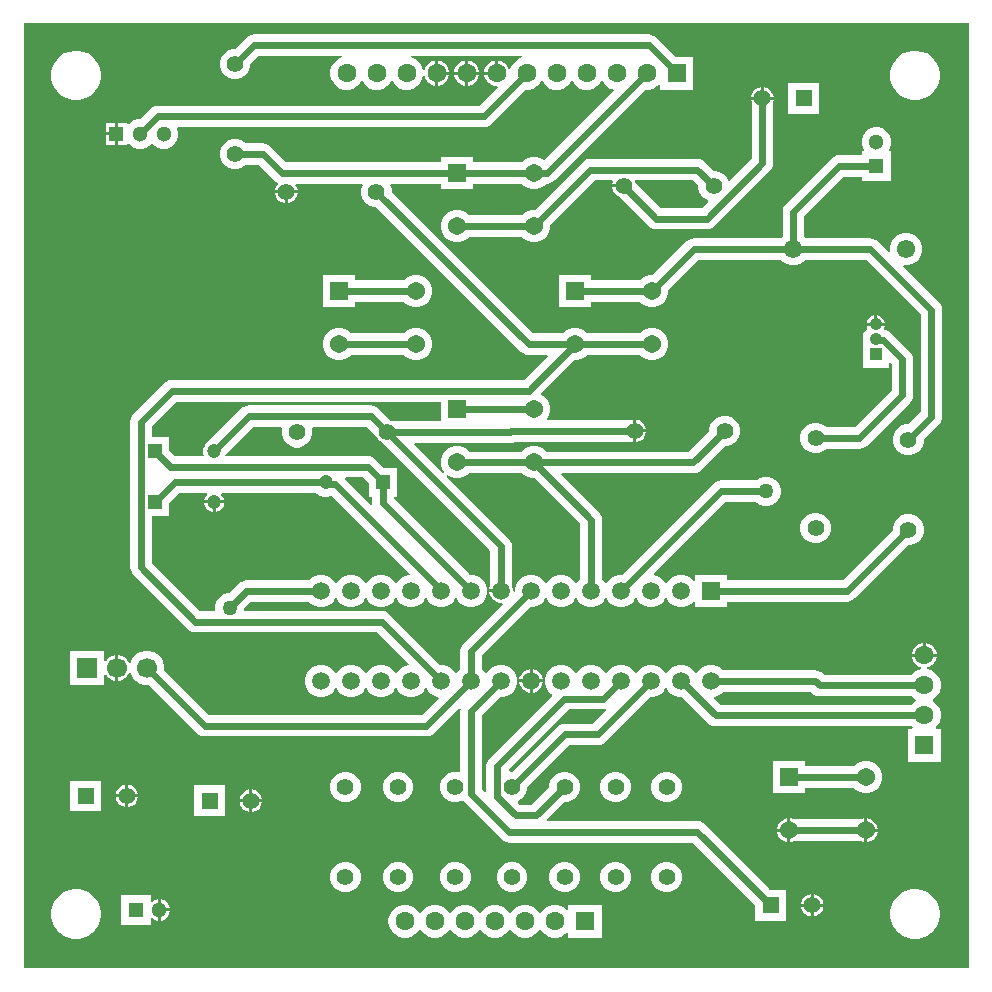
<source format=gbl>
G04*
G04 #@! TF.GenerationSoftware,Altium Limited,Altium Designer,21.4.1 (30)*
G04*
G04 Layer_Physical_Order=2*
G04 Layer_Color=16711680*
%FSLAX25Y25*%
%MOIN*%
G70*
G04*
G04 #@! TF.SameCoordinates,C371DEEE-1534-44D1-B208-D1612C8B0698*
G04*
G04*
G04 #@! TF.FilePolarity,Positive*
G04*
G01*
G75*
%ADD12C,0.02362*%
%ADD17R,0.04724X0.04724*%
%ADD18C,0.04724*%
%ADD25C,0.05118*%
%ADD26R,0.05118X0.05118*%
%ADD28R,0.05118X0.05118*%
%ADD34C,0.06063*%
%ADD35R,0.06063X0.06063*%
%ADD43R,0.05906X0.05906*%
%ADD44C,0.05906*%
%ADD45C,0.05512*%
%ADD46C,0.06693*%
%ADD47R,0.06693X0.06693*%
%ADD48R,0.05512X0.05512*%
%ADD49C,0.06102*%
%ADD50R,0.04134X0.04134*%
%ADD51C,0.04134*%
%ADD52C,0.06299*%
%ADD53R,0.06299X0.06299*%
%ADD54R,0.06299X0.06299*%
%ADD55C,0.05000*%
G36*
X315158Y314567D02*
Y-394D01*
X197D01*
X197Y314567D01*
X315158D01*
X315158Y314567D01*
D02*
G37*
%LPC*%
G36*
X208534Y310985D02*
X77057D01*
X76132Y310863D01*
X75270Y310506D01*
X74529Y309938D01*
X70733Y306142D01*
X69995D01*
X68694Y305793D01*
X67527Y305119D01*
X66574Y304166D01*
X65900Y302999D01*
X65551Y301697D01*
Y300350D01*
X65900Y299048D01*
X66574Y297881D01*
X67527Y296928D01*
X68694Y296254D01*
X69995Y295905D01*
X71343D01*
X72645Y296254D01*
X73812Y296928D01*
X74765Y297881D01*
X75438Y299048D01*
X75787Y300350D01*
Y301087D01*
X78537Y303837D01*
X106353D01*
X106419Y303337D01*
X105786Y303168D01*
X104529Y302442D01*
X103503Y301416D01*
X102777Y300159D01*
X102402Y298757D01*
Y297306D01*
X102777Y295904D01*
X103503Y294647D01*
X104529Y293621D01*
X105786Y292895D01*
X107188Y292520D01*
X108639D01*
X110041Y292895D01*
X111298Y293621D01*
X112324Y294647D01*
X112663Y295235D01*
X113163D01*
X113503Y294647D01*
X114529Y293621D01*
X115786Y292895D01*
X117188Y292520D01*
X118639D01*
X120041Y292895D01*
X121298Y293621D01*
X122324Y294647D01*
X122663Y295235D01*
X123163D01*
X123503Y294647D01*
X124529Y293621D01*
X125786Y292895D01*
X127188Y292520D01*
X128639D01*
X130041Y292895D01*
X131298Y293621D01*
X132324Y294647D01*
X133050Y295904D01*
X133360Y297061D01*
X133877D01*
X134047Y296430D01*
X134593Y295483D01*
X135365Y294711D01*
X136312Y294165D01*
X137367Y293882D01*
X137413D01*
Y298031D01*
Y302181D01*
X137367D01*
X136312Y301898D01*
X135365Y301352D01*
X134593Y300579D01*
X134047Y299633D01*
X133877Y299002D01*
X133360D01*
X133050Y300159D01*
X132324Y301416D01*
X131298Y302442D01*
X130041Y303168D01*
X129408Y303337D01*
X129474Y303837D01*
X166353D01*
X166419Y303337D01*
X165786Y303168D01*
X164529Y302442D01*
X163503Y301416D01*
X162777Y300159D01*
X162467Y299002D01*
X161950D01*
X161780Y299633D01*
X161234Y300579D01*
X160461Y301352D01*
X159515Y301898D01*
X158460Y302181D01*
X158413D01*
Y298031D01*
X157913D01*
Y297531D01*
X153764D01*
Y297485D01*
X154047Y296430D01*
X154593Y295483D01*
X155366Y294711D01*
X156312Y294165D01*
X157367Y293882D01*
X158002D01*
X158210Y293382D01*
X152013Y287185D01*
X44832D01*
X43907Y287063D01*
X43045Y286706D01*
X42305Y286138D01*
X38843Y282677D01*
X38328D01*
X37077Y282342D01*
X35955Y281694D01*
X35162Y280901D01*
X34661Y281075D01*
Y281315D01*
X31602D01*
Y277756D01*
Y274197D01*
X34661D01*
Y274437D01*
X35162Y274611D01*
X35955Y273818D01*
X37077Y273170D01*
X38328Y272835D01*
X39624D01*
X40876Y273170D01*
X41998Y273818D01*
X42913Y274733D01*
X43829Y273818D01*
X44951Y273170D01*
X46202Y272835D01*
X47498D01*
X48750Y273170D01*
X49872Y273818D01*
X50788Y274734D01*
X51436Y275856D01*
X51772Y277108D01*
Y278404D01*
X51468Y279537D01*
X51726Y280037D01*
X153493D01*
X154418Y280159D01*
X155280Y280516D01*
X156020Y281084D01*
X167456Y292520D01*
X168639D01*
X170041Y292895D01*
X171298Y293621D01*
X172324Y294647D01*
X172663Y295235D01*
X173163D01*
X173503Y294647D01*
X174529Y293621D01*
X175786Y292895D01*
X177188Y292520D01*
X178639D01*
X180041Y292895D01*
X181298Y293621D01*
X182324Y294647D01*
X182663Y295235D01*
X183163D01*
X183503Y294647D01*
X184529Y293621D01*
X185786Y292895D01*
X187188Y292520D01*
X188639D01*
X190041Y292895D01*
X191298Y293621D01*
X192324Y294647D01*
X192663Y295235D01*
X193163D01*
X193503Y294647D01*
X194529Y293621D01*
X195786Y292895D01*
X196756Y292635D01*
X196905Y292078D01*
X173748Y268920D01*
X173587Y269080D01*
X172357Y269790D01*
X170986Y270158D01*
X169565D01*
X168194Y269790D01*
X166964Y269080D01*
X166222Y268338D01*
X150079D01*
Y270158D01*
X139291D01*
Y268338D01*
X87701D01*
X82488Y273551D01*
X81748Y274119D01*
X80886Y274476D01*
X79961Y274598D01*
X74333D01*
X73812Y275119D01*
X72645Y275793D01*
X71343Y276142D01*
X69995D01*
X68694Y275793D01*
X67527Y275119D01*
X66574Y274166D01*
X65900Y272999D01*
X65551Y271697D01*
Y270350D01*
X65900Y269048D01*
X66574Y267881D01*
X67527Y266928D01*
X68694Y266254D01*
X69995Y265905D01*
X71343D01*
X72645Y266254D01*
X73812Y266928D01*
X74333Y267450D01*
X78480D01*
X83693Y262237D01*
X83693Y262237D01*
X84434Y261669D01*
X84877Y261485D01*
X84974Y260995D01*
X84750Y260771D01*
X84256Y259914D01*
X84002Y258965D01*
X91510D01*
X91256Y259914D01*
X90808Y260690D01*
X90974Y261190D01*
X112920D01*
X113170Y260757D01*
X112987Y260440D01*
X112638Y259138D01*
Y257791D01*
X112987Y256489D01*
X113661Y255322D01*
X114613Y254369D01*
X115780Y253695D01*
X117082Y253346D01*
X117820D01*
X166016Y205150D01*
X166756Y204582D01*
X167618Y204225D01*
X168543Y204103D01*
X174774D01*
X174965Y203641D01*
X167009Y195685D01*
X49587D01*
X48662Y195563D01*
X47800Y195206D01*
X47060Y194638D01*
X36759Y184338D01*
X36192Y183598D01*
X35835Y182736D01*
X35713Y181811D01*
Y133411D01*
X35835Y132486D01*
X36192Y131624D01*
X36759Y130884D01*
X54959Y112684D01*
X55700Y112116D01*
X56562Y111759D01*
X57487Y111637D01*
X57487Y111637D01*
X118112D01*
X128523Y101226D01*
X128374Y100669D01*
X127319Y100386D01*
X126107Y99686D01*
X125117Y98697D01*
X124659Y97903D01*
X124082D01*
X123623Y98697D01*
X122634Y99686D01*
X121422Y100386D01*
X120070Y100748D01*
X118670D01*
X117319Y100386D01*
X116107Y99686D01*
X115117Y98697D01*
X114659Y97903D01*
X114082D01*
X113623Y98697D01*
X112634Y99686D01*
X111422Y100386D01*
X110070Y100748D01*
X108670D01*
X107319Y100386D01*
X106107Y99686D01*
X105117Y98697D01*
X104659Y97903D01*
X104081D01*
X103623Y98697D01*
X102634Y99686D01*
X101422Y100386D01*
X100070Y100748D01*
X98671D01*
X97319Y100386D01*
X96107Y99686D01*
X95117Y98697D01*
X94418Y97485D01*
X94055Y96133D01*
Y94734D01*
X94418Y93382D01*
X95117Y92170D01*
X96107Y91180D01*
X97319Y90481D01*
X98671Y90118D01*
X100070D01*
X101422Y90481D01*
X102634Y91180D01*
X103623Y92170D01*
X104081Y92964D01*
X104659D01*
X105117Y92170D01*
X106107Y91180D01*
X107319Y90481D01*
X108670Y90118D01*
X110070D01*
X111422Y90481D01*
X112634Y91180D01*
X113623Y92170D01*
X114082Y92964D01*
X114659D01*
X115117Y92170D01*
X116107Y91180D01*
X117319Y90481D01*
X118670Y90118D01*
X120070D01*
X121422Y90481D01*
X122634Y91180D01*
X123623Y92170D01*
X124082Y92964D01*
X124659D01*
X125117Y92170D01*
X126107Y91180D01*
X127319Y90481D01*
X128671Y90118D01*
X130070D01*
X131422Y90481D01*
X132634Y91180D01*
X133623Y92170D01*
X134081Y92964D01*
X134659D01*
X135117Y92170D01*
X136107Y91180D01*
X137319Y90481D01*
X138373Y90198D01*
X138523Y89640D01*
X132968Y84085D01*
X62072D01*
X47008Y99149D01*
Y100555D01*
X46619Y102007D01*
X45867Y103308D01*
X44804Y104371D01*
X43503Y105123D01*
X42051Y105512D01*
X40548D01*
X39096Y105123D01*
X37794Y104371D01*
X36731Y103308D01*
X35980Y102007D01*
X35839Y101481D01*
X35510D01*
X35330Y101514D01*
X34777Y102472D01*
X33968Y103281D01*
X32977Y103853D01*
X31871Y104150D01*
X31799D01*
Y99803D01*
Y95457D01*
X31871D01*
X32977Y95753D01*
X33968Y96325D01*
X34777Y97134D01*
X35330Y98092D01*
X35510Y98125D01*
X35839D01*
X35980Y97600D01*
X36731Y96298D01*
X37794Y95235D01*
X39096Y94484D01*
X40548Y94095D01*
X41954D01*
X58064Y77984D01*
X58805Y77416D01*
X59666Y77059D01*
X60591Y76937D01*
X134448D01*
X135373Y77059D01*
X136235Y77416D01*
X136975Y77984D01*
X145449Y86458D01*
X145914Y86215D01*
X145813Y85450D01*
Y65328D01*
X145416Y65023D01*
X144768Y65197D01*
X143421D01*
X142119Y64848D01*
X140952Y64174D01*
X139999Y63221D01*
X139325Y62054D01*
X138976Y60753D01*
Y59405D01*
X139325Y58103D01*
X139999Y56936D01*
X140952Y55983D01*
X142119Y55309D01*
X143421Y54961D01*
X144768D01*
X146070Y55309D01*
X146604Y55618D01*
X146860Y55284D01*
X159560Y42584D01*
X160300Y42016D01*
X161162Y41659D01*
X162087Y41537D01*
X223290D01*
X244094Y20733D01*
Y15551D01*
X254331D01*
Y25787D01*
X249149D01*
X227298Y47638D01*
X226558Y48206D01*
X225696Y48563D01*
X224771Y48685D01*
X174810D01*
X174618Y49147D01*
X180432Y54961D01*
X181170D01*
X182472Y55309D01*
X183639Y55983D01*
X184591Y56936D01*
X185265Y58103D01*
X185614Y59405D01*
Y60753D01*
X185265Y62054D01*
X184591Y63221D01*
X183639Y64174D01*
X182472Y64848D01*
X181170Y65197D01*
X179822D01*
X178521Y64848D01*
X177353Y64174D01*
X176400Y63221D01*
X175727Y62054D01*
X175378Y60753D01*
Y60015D01*
X169548Y54185D01*
X165667D01*
X165004Y54848D01*
X165146Y55413D01*
X166135Y55983D01*
X167088Y56936D01*
X167762Y58103D01*
X168110Y59405D01*
Y60143D01*
X182005Y74037D01*
X191548D01*
X192473Y74159D01*
X193335Y74516D01*
X194075Y75084D01*
X209109Y90118D01*
X210070D01*
X211422Y90481D01*
X212634Y91180D01*
X213623Y92170D01*
X214082Y92964D01*
X214659D01*
X215117Y92170D01*
X216107Y91180D01*
X217319Y90481D01*
X218671Y90118D01*
X219631D01*
X228300Y81449D01*
X229040Y80881D01*
X229902Y80524D01*
X230827Y80402D01*
X296173D01*
X296587Y79988D01*
X296380Y79488D01*
X294882D01*
Y68465D01*
X305905D01*
Y79488D01*
X304407D01*
X304200Y79988D01*
X304804Y80592D01*
X305530Y81849D01*
X305905Y83251D01*
Y84702D01*
X305530Y86104D01*
X304804Y87361D01*
X303778Y88387D01*
X303190Y88726D01*
Y89226D01*
X303778Y89566D01*
X304804Y90592D01*
X305530Y91849D01*
X305905Y93251D01*
Y94702D01*
X305530Y96104D01*
X304804Y97361D01*
X303778Y98387D01*
X302521Y99113D01*
X301364Y99423D01*
Y99940D01*
X301995Y100110D01*
X302941Y100656D01*
X303714Y101428D01*
X304260Y102375D01*
X304543Y103430D01*
Y103476D01*
X300394D01*
X296244D01*
Y103430D01*
X296527Y102375D01*
X297073Y101428D01*
X297846Y100656D01*
X298792Y100110D01*
X299424Y99940D01*
Y99423D01*
X298266Y99113D01*
X297009Y98387D01*
X296173Y97550D01*
X267024D01*
X266614Y97960D01*
X265874Y98528D01*
X265012Y98885D01*
X264087Y99007D01*
X233313D01*
X232634Y99686D01*
X231422Y100386D01*
X230070Y100748D01*
X228671D01*
X227319Y100386D01*
X226107Y99686D01*
X225117Y98697D01*
X224659Y97903D01*
X224081D01*
X223623Y98697D01*
X222634Y99686D01*
X221422Y100386D01*
X220070Y100748D01*
X218671D01*
X217319Y100386D01*
X216107Y99686D01*
X215117Y98697D01*
X214659Y97903D01*
X214082D01*
X213623Y98697D01*
X212634Y99686D01*
X211422Y100386D01*
X210070Y100748D01*
X208670D01*
X207319Y100386D01*
X206107Y99686D01*
X205117Y98697D01*
X204659Y97903D01*
X204082D01*
X203623Y98697D01*
X202634Y99686D01*
X201422Y100386D01*
X200070Y100748D01*
X198670D01*
X197319Y100386D01*
X196107Y99686D01*
X195117Y98697D01*
X194659Y97903D01*
X194081D01*
X193623Y98697D01*
X192634Y99686D01*
X191422Y100386D01*
X190070Y100748D01*
X188671D01*
X187319Y100386D01*
X186107Y99686D01*
X185117Y98697D01*
X184659Y97903D01*
X184081D01*
X183623Y98697D01*
X182634Y99686D01*
X181422Y100386D01*
X180070Y100748D01*
X178671D01*
X177319Y100386D01*
X176107Y99686D01*
X175117Y98697D01*
X174417Y97485D01*
X174055Y96133D01*
Y94734D01*
X174417Y93382D01*
X175117Y92170D01*
X176107Y91180D01*
X176382Y91021D01*
X176447Y90526D01*
X155459Y69538D01*
X154892Y68798D01*
X154534Y67936D01*
X154413Y67011D01*
Y58492D01*
X153951Y58301D01*
X152961Y59291D01*
Y83969D01*
X159109Y90118D01*
X160070D01*
X161422Y90481D01*
X162634Y91180D01*
X163623Y92170D01*
X164323Y93382D01*
X164685Y94734D01*
Y96133D01*
X164323Y97485D01*
X163623Y98697D01*
X162634Y99686D01*
X161422Y100386D01*
X160070Y100748D01*
X158670D01*
X157319Y100386D01*
X156107Y99686D01*
X155117Y98697D01*
X154659Y97903D01*
X154081D01*
X153623Y98697D01*
X152944Y99376D01*
Y103953D01*
X169109Y120118D01*
X170070D01*
X171422Y120481D01*
X172634Y121180D01*
X173623Y122170D01*
X174082Y122964D01*
X174659D01*
X175117Y122170D01*
X176107Y121180D01*
X177319Y120481D01*
X178671Y120118D01*
X180070D01*
X181422Y120481D01*
X182634Y121180D01*
X183623Y122170D01*
X184081Y122964D01*
X184659D01*
X185117Y122170D01*
X186107Y121180D01*
X187319Y120481D01*
X188671Y120118D01*
X190070D01*
X191422Y120481D01*
X192634Y121180D01*
X193623Y122170D01*
X194081Y122964D01*
X194659D01*
X195117Y122170D01*
X196107Y121180D01*
X197319Y120481D01*
X198670Y120118D01*
X200070D01*
X201422Y120481D01*
X202634Y121180D01*
X203623Y122170D01*
X204082Y122964D01*
X204659D01*
X205117Y122170D01*
X206107Y121180D01*
X207319Y120481D01*
X208670Y120118D01*
X210070D01*
X211422Y120481D01*
X212634Y121180D01*
X213623Y122170D01*
X214082Y122964D01*
X214659D01*
X215117Y122170D01*
X216107Y121180D01*
X217319Y120481D01*
X218671Y120118D01*
X220070D01*
X221422Y120481D01*
X222634Y121180D01*
X223555Y122102D01*
X224055Y122006D01*
Y120118D01*
X234685D01*
Y121859D01*
X274685D01*
X275610Y121981D01*
X276472Y122338D01*
X277212Y122906D01*
X295015Y140709D01*
X295753D01*
X297054Y141058D01*
X298221Y141731D01*
X299174Y142684D01*
X299848Y143851D01*
X300197Y145153D01*
Y146501D01*
X299848Y147802D01*
X299174Y148969D01*
X298221Y149922D01*
X297054Y150596D01*
X295753Y150945D01*
X294405D01*
X293103Y150596D01*
X291936Y149922D01*
X290983Y148969D01*
X290310Y147802D01*
X289961Y146501D01*
Y145763D01*
X273205Y129007D01*
X234685D01*
Y130748D01*
X224055D01*
Y128861D01*
X223555Y128765D01*
X222634Y129686D01*
X221422Y130386D01*
X220070Y130748D01*
X218671D01*
X217319Y130386D01*
X216107Y129686D01*
X215117Y128697D01*
X214659Y127903D01*
X214082D01*
X213623Y128697D01*
X212634Y129686D01*
X211422Y130386D01*
X210367Y130669D01*
X210217Y131226D01*
X234079Y155088D01*
X244336D01*
X244652Y154771D01*
X245761Y154131D01*
X246998Y153799D01*
X248278D01*
X249515Y154131D01*
X250623Y154771D01*
X251529Y155676D01*
X252169Y156785D01*
X252500Y158021D01*
Y159301D01*
X252169Y160538D01*
X251529Y161647D01*
X250623Y162552D01*
X249515Y163192D01*
X248278Y163524D01*
X246998D01*
X245761Y163192D01*
X244652Y162552D01*
X244336Y162235D01*
X232598D01*
X231673Y162113D01*
X230812Y161757D01*
X230071Y161188D01*
X199631Y130748D01*
X198670D01*
X197319Y130386D01*
X196107Y129686D01*
X195117Y128697D01*
X194659Y127903D01*
X194081D01*
X193623Y128697D01*
X192944Y129376D01*
Y149212D01*
X192822Y150137D01*
X192465Y150999D01*
X191897Y151740D01*
X179366Y164271D01*
X179557Y164733D01*
X223464D01*
X224389Y164855D01*
X225251Y165212D01*
X225992Y165780D01*
X233834Y173622D01*
X234571D01*
X235873Y173971D01*
X237040Y174645D01*
X237993Y175598D01*
X238667Y176765D01*
X239016Y178066D01*
Y179414D01*
X238667Y180716D01*
X237993Y181883D01*
X237040Y182836D01*
X235873Y183510D01*
X234571Y183858D01*
X233224D01*
X231922Y183510D01*
X230755Y182836D01*
X229802Y181883D01*
X229128Y180716D01*
X228780Y179414D01*
Y178676D01*
X221984Y171881D01*
X174330D01*
X173587Y172623D01*
X172357Y173333D01*
X170986Y173701D01*
X169565D01*
X168194Y173333D01*
X166964Y172623D01*
X166222Y171881D01*
X148739D01*
X147997Y172623D01*
X146767Y173333D01*
X145395Y173701D01*
X143975D01*
X142603Y173333D01*
X141373Y172623D01*
X140369Y171619D01*
X139659Y170389D01*
X139291Y169017D01*
Y167597D01*
X139659Y166225D01*
X140311Y165096D01*
X139910Y164789D01*
X130389Y174311D01*
X130581Y174773D01*
X162387D01*
X163312Y174894D01*
X163968Y175166D01*
X202724D01*
X203398Y174986D01*
Y178740D01*
Y182495D01*
X202724Y182314D01*
X174832D01*
X174651Y182814D01*
X175302Y183942D01*
X175669Y185313D01*
Y186734D01*
X175302Y188105D01*
X174592Y189335D01*
X173587Y190340D01*
X172792Y190799D01*
X172727Y191295D01*
X183716Y202284D01*
X184765D01*
X186137Y202651D01*
X187367Y203361D01*
X188109Y204103D01*
X205592D01*
X206334Y203361D01*
X207564Y202651D01*
X208935Y202284D01*
X210356D01*
X211727Y202651D01*
X212957Y203361D01*
X213962Y204365D01*
X214672Y205595D01*
X215039Y206967D01*
Y208387D01*
X214672Y209759D01*
X213962Y210989D01*
X212957Y211993D01*
X211727Y212703D01*
X210356Y213071D01*
X208935D01*
X207564Y212703D01*
X206334Y211993D01*
X205592Y211251D01*
X188109D01*
X187367Y211993D01*
X186137Y212703D01*
X184765Y213071D01*
X183345D01*
X181973Y212703D01*
X180743Y211993D01*
X180001Y211251D01*
X170024D01*
X122874Y258401D01*
Y259138D01*
X122525Y260440D01*
X122342Y260757D01*
X122592Y261190D01*
X139291D01*
Y259370D01*
X150079D01*
Y261190D01*
X166222D01*
X166964Y260448D01*
X168194Y259738D01*
X169565Y259370D01*
X170986D01*
X172357Y259738D01*
X173587Y260448D01*
X174330Y261190D01*
X174646D01*
X175571Y261312D01*
X176433Y261669D01*
X177173Y262237D01*
X207456Y292520D01*
X208639D01*
X210041Y292895D01*
X211298Y293621D01*
X211902Y294225D01*
X212402Y294018D01*
Y292520D01*
X223425D01*
Y303543D01*
X217456D01*
X211061Y309938D01*
X210321Y310506D01*
X209459Y310863D01*
X208534Y310985D01*
D02*
G37*
G36*
X148460Y302181D02*
X148413D01*
Y298531D01*
X152063D01*
Y298578D01*
X151780Y299633D01*
X151234Y300579D01*
X150461Y301352D01*
X149515Y301898D01*
X148460Y302181D01*
D02*
G37*
G36*
X138460D02*
X138413D01*
Y298531D01*
X142063D01*
Y298578D01*
X141780Y299633D01*
X141234Y300579D01*
X140461Y301352D01*
X139515Y301898D01*
X138460Y302181D01*
D02*
G37*
G36*
X147413D02*
X147367D01*
X146312Y301898D01*
X145366Y301352D01*
X144593Y300579D01*
X144047Y299633D01*
X143764Y298578D01*
Y298531D01*
X147413D01*
Y302181D01*
D02*
G37*
G36*
X157413D02*
X157367D01*
X156312Y301898D01*
X155366Y301352D01*
X154593Y300579D01*
X154047Y299633D01*
X153764Y298578D01*
Y298531D01*
X157413D01*
Y302181D01*
D02*
G37*
G36*
X152063Y297531D02*
X148413D01*
Y293882D01*
X148460D01*
X149515Y294165D01*
X150461Y294711D01*
X151234Y295483D01*
X151780Y296430D01*
X152063Y297485D01*
Y297531D01*
D02*
G37*
G36*
X147413D02*
X143764D01*
Y297485D01*
X144047Y296430D01*
X144593Y295483D01*
X145366Y294711D01*
X146312Y294165D01*
X147367Y293882D01*
X147413D01*
Y297531D01*
D02*
G37*
G36*
X142063D02*
X138413D01*
Y293882D01*
X138460D01*
X139515Y294165D01*
X140461Y294711D01*
X141234Y295483D01*
X141780Y296430D01*
X142063Y297485D01*
Y297531D01*
D02*
G37*
G36*
X246957Y293321D02*
Y290067D01*
X250211D01*
X249957Y291017D01*
X249462Y291873D01*
X248763Y292572D01*
X247906Y293067D01*
X246957Y293321D01*
D02*
G37*
G36*
X245957D02*
X245007Y293067D01*
X244150Y292572D01*
X243451Y291873D01*
X242957Y291017D01*
X242702Y290067D01*
X245957D01*
Y293321D01*
D02*
G37*
G36*
X298058Y305512D02*
X296430D01*
X294832Y305194D01*
X293328Y304571D01*
X291974Y303666D01*
X290822Y302514D01*
X289917Y301160D01*
X289294Y299656D01*
X288976Y298058D01*
Y296430D01*
X289294Y294832D01*
X289917Y293328D01*
X290822Y291974D01*
X291974Y290822D01*
X293328Y289917D01*
X294832Y289294D01*
X296430Y288976D01*
X298058D01*
X299656Y289294D01*
X301160Y289917D01*
X302514Y290822D01*
X303666Y291974D01*
X304571Y293328D01*
X305194Y294832D01*
X305512Y296430D01*
Y298058D01*
X305194Y299656D01*
X304571Y301160D01*
X303666Y302514D01*
X302514Y303666D01*
X301160Y304571D01*
X299656Y305194D01*
X298058Y305512D01*
D02*
G37*
G36*
X18531D02*
X16902D01*
X15305Y305194D01*
X13800Y304571D01*
X12446Y303666D01*
X11295Y302514D01*
X10390Y301160D01*
X9767Y299656D01*
X9449Y298058D01*
Y296430D01*
X9767Y294832D01*
X10390Y293328D01*
X11295Y291974D01*
X12446Y290822D01*
X13800Y289917D01*
X15305Y289294D01*
X16902Y288976D01*
X18531D01*
X20128Y289294D01*
X21633Y289917D01*
X22987Y290822D01*
X24138Y291974D01*
X25043Y293328D01*
X25666Y294832D01*
X25984Y296430D01*
Y298058D01*
X25666Y299656D01*
X25043Y301160D01*
X24138Y302514D01*
X22987Y303666D01*
X21633Y304571D01*
X20128Y305194D01*
X18531Y305512D01*
D02*
G37*
G36*
X265354Y294685D02*
X255118D01*
Y284449D01*
X265354D01*
Y294685D01*
D02*
G37*
G36*
X30602Y281315D02*
X27543D01*
Y278256D01*
X30602D01*
Y281315D01*
D02*
G37*
G36*
Y277256D02*
X27543D01*
Y274197D01*
X30602D01*
Y277256D01*
D02*
G37*
G36*
X285097Y279921D02*
X283801D01*
X282549Y279586D01*
X281427Y278938D01*
X280511Y278022D01*
X279863Y276900D01*
X279528Y275648D01*
Y274352D01*
X279863Y273100D01*
X280221Y272480D01*
X279971Y272047D01*
X279528D01*
Y270700D01*
X272087D01*
X271162Y270578D01*
X270300Y270221D01*
X269560Y269653D01*
X254284Y254378D01*
X253716Y253637D01*
X253359Y252775D01*
X253237Y251850D01*
Y243452D01*
X252729Y242944D01*
X223622D01*
X222697Y242822D01*
X221835Y242465D01*
X221095Y241897D01*
X221095Y241897D01*
X209985Y230787D01*
X208935D01*
X207564Y230420D01*
X206334Y229710D01*
X205592Y228967D01*
X189449D01*
Y230787D01*
X178662D01*
Y220000D01*
X189449D01*
Y221820D01*
X205592D01*
X206334Y221078D01*
X207564Y220368D01*
X208935Y220000D01*
X210356D01*
X211727Y220368D01*
X212957Y221078D01*
X213962Y222082D01*
X214672Y223312D01*
X215039Y224683D01*
Y225733D01*
X225102Y235796D01*
X252729D01*
X253487Y235038D01*
X254721Y234326D01*
X256098Y233957D01*
X257524D01*
X258900Y234326D01*
X260135Y235038D01*
X260893Y235796D01*
X281000D01*
X299182Y217614D01*
Y184984D01*
X295143Y180945D01*
X294405D01*
X293103Y180596D01*
X291936Y179922D01*
X290983Y178969D01*
X290310Y177802D01*
X289961Y176501D01*
Y175153D01*
X290310Y173851D01*
X290983Y172684D01*
X291936Y171731D01*
X293103Y171057D01*
X294405Y170709D01*
X295753D01*
X297054Y171057D01*
X298221Y171731D01*
X299174Y172684D01*
X299848Y173851D01*
X300197Y175153D01*
Y175891D01*
X305283Y180977D01*
X305851Y181717D01*
X306208Y182579D01*
X306330Y183504D01*
Y219094D01*
X306208Y220020D01*
X305851Y220881D01*
X305283Y221622D01*
X293371Y233533D01*
X293621Y233966D01*
X293657Y233957D01*
X295083D01*
X296460Y234326D01*
X297694Y235038D01*
X298702Y236046D01*
X299414Y237281D01*
X299783Y238657D01*
Y240083D01*
X299414Y241459D01*
X298702Y242694D01*
X297694Y243702D01*
X296460Y244414D01*
X295083Y244783D01*
X293657D01*
X292281Y244414D01*
X291046Y243702D01*
X290038Y242694D01*
X289325Y241459D01*
X288957Y240083D01*
Y238657D01*
X288966Y238621D01*
X288533Y238371D01*
X285008Y241897D01*
X284267Y242465D01*
X283405Y242822D01*
X282480Y242944D01*
X260893D01*
X260385Y243452D01*
Y250370D01*
X273567Y263552D01*
X279528D01*
Y262205D01*
X289370D01*
Y272047D01*
X288927D01*
X288677Y272480D01*
X289035Y273100D01*
X289370Y274352D01*
Y275648D01*
X289035Y276900D01*
X288387Y278022D01*
X287471Y278938D01*
X286348Y279586D01*
X285097Y279921D01*
D02*
G37*
G36*
X250211Y289067D02*
X242702D01*
X242883Y288393D01*
Y269561D01*
X235450Y262129D01*
X234967Y262258D01*
X234927Y262408D01*
X234253Y263576D01*
X233300Y264528D01*
X232133Y265202D01*
X230831Y265551D01*
X230094D01*
X227307Y268338D01*
X226566Y268906D01*
X225704Y269263D01*
X224779Y269385D01*
X189039D01*
X188114Y269263D01*
X187252Y268906D01*
X186512Y268338D01*
X170615Y252441D01*
X169565D01*
X168194Y252073D01*
X166964Y251363D01*
X166222Y250621D01*
X148739D01*
X147997Y251363D01*
X146767Y252073D01*
X145395Y252441D01*
X143975D01*
X142603Y252073D01*
X141373Y251363D01*
X140369Y250359D01*
X139659Y249129D01*
X139291Y247757D01*
Y246337D01*
X139659Y244965D01*
X140369Y243735D01*
X141373Y242731D01*
X142603Y242021D01*
X143975Y241653D01*
X145395D01*
X146767Y242021D01*
X147997Y242731D01*
X148739Y243473D01*
X166222D01*
X166964Y242731D01*
X168194Y242021D01*
X169565Y241653D01*
X170986D01*
X172357Y242021D01*
X173587Y242731D01*
X174592Y243735D01*
X175302Y244965D01*
X175669Y246337D01*
Y247387D01*
X190520Y262237D01*
X196347D01*
X196618Y261737D01*
X196403Y260933D01*
X200157D01*
Y259933D01*
X196403D01*
X196658Y258983D01*
X197152Y258127D01*
X197851Y257428D01*
X198460Y257076D01*
X208552Y246984D01*
X209293Y246416D01*
X210154Y246059D01*
X211079Y245937D01*
X227887D01*
X228812Y246059D01*
X229674Y246416D01*
X230414Y246984D01*
X248984Y265554D01*
X248984Y265554D01*
X249552Y266294D01*
X249909Y267156D01*
X250030Y268081D01*
X250030Y268081D01*
Y288393D01*
X250211Y289067D01*
D02*
G37*
G36*
X91510Y257965D02*
X88256D01*
Y254710D01*
X89206Y254965D01*
X90062Y255459D01*
X90762Y256158D01*
X91256Y257015D01*
X91510Y257965D01*
D02*
G37*
G36*
X87256D02*
X84002D01*
X84256Y257015D01*
X84750Y256158D01*
X85450Y255459D01*
X86306Y254965D01*
X87256Y254710D01*
Y257965D01*
D02*
G37*
G36*
X131616Y230787D02*
X130195D01*
X128824Y230420D01*
X127594Y229710D01*
X126852Y228967D01*
X110709D01*
Y230787D01*
X99921D01*
Y220000D01*
X110709D01*
Y221820D01*
X126852D01*
X127594Y221078D01*
X128824Y220368D01*
X130195Y220000D01*
X131616D01*
X132987Y220368D01*
X134217Y221078D01*
X135222Y222082D01*
X135932Y223312D01*
X136299Y224683D01*
Y226104D01*
X135932Y227476D01*
X135222Y228705D01*
X134217Y229710D01*
X132987Y230420D01*
X131616Y230787D01*
D02*
G37*
G36*
X284752Y217293D02*
Y214752D01*
X287293D01*
X287110Y215436D01*
X286706Y216135D01*
X286135Y216706D01*
X285436Y217110D01*
X284752Y217293D01*
D02*
G37*
G36*
X283752Y217293D02*
X283068Y217110D01*
X282369Y216706D01*
X281798Y216135D01*
X281394Y215436D01*
X281211Y214752D01*
X283752D01*
Y217293D01*
D02*
G37*
G36*
X131616Y213071D02*
X130195D01*
X128824Y212703D01*
X127594Y211993D01*
X126852Y211251D01*
X109369D01*
X108627Y211993D01*
X107397Y212703D01*
X106025Y213071D01*
X104605D01*
X103233Y212703D01*
X102003Y211993D01*
X100999Y210989D01*
X100289Y209759D01*
X99921Y208387D01*
Y206967D01*
X100289Y205595D01*
X100999Y204365D01*
X102003Y203361D01*
X103233Y202651D01*
X104605Y202284D01*
X106025D01*
X107397Y202651D01*
X108627Y203361D01*
X109369Y204103D01*
X126852D01*
X127594Y203361D01*
X128824Y202651D01*
X130195Y202284D01*
X131616D01*
X132987Y202651D01*
X134217Y203361D01*
X135222Y204365D01*
X135932Y205595D01*
X136299Y206967D01*
Y208387D01*
X135932Y209759D01*
X135222Y210989D01*
X134217Y211993D01*
X132987Y212703D01*
X131616Y213071D01*
D02*
G37*
G36*
X287293Y213752D02*
X284252D01*
X281211D01*
X281394Y213068D01*
X281538Y212818D01*
X281533Y212796D01*
X280708Y211971D01*
X280125Y210962D01*
X279823Y209835D01*
Y208669D01*
Y199823D01*
X288681D01*
Y201334D01*
X289143Y201525D01*
X289536Y201132D01*
Y192228D01*
X277260Y179952D01*
X267837D01*
X267316Y180473D01*
X266149Y181147D01*
X264847Y181496D01*
X263499D01*
X262198Y181147D01*
X261031Y180473D01*
X260078Y179521D01*
X259404Y178354D01*
X259055Y177052D01*
Y175704D01*
X259404Y174402D01*
X260078Y173235D01*
X261031Y172283D01*
X262198Y171609D01*
X263499Y171260D01*
X264847D01*
X266149Y171609D01*
X267316Y172283D01*
X267837Y172804D01*
X278740D01*
X279665Y172926D01*
X280527Y173283D01*
X281267Y173851D01*
X295637Y188221D01*
X296205Y188961D01*
X296562Y189823D01*
X296684Y190748D01*
X296684Y190748D01*
Y202612D01*
X296562Y203537D01*
X296205Y204399D01*
X295637Y205139D01*
X289336Y211440D01*
X288596Y212008D01*
X287734Y212365D01*
X287352Y212415D01*
X286972Y212796D01*
X286966Y212818D01*
X287110Y213068D01*
X287293Y213752D01*
D02*
G37*
G36*
X204398Y182495D02*
Y179240D01*
X207652D01*
X207398Y180190D01*
X206903Y181046D01*
X206204Y181746D01*
X205347Y182240D01*
X204398Y182495D01*
D02*
G37*
G36*
X207652Y178240D02*
X204398D01*
Y174986D01*
X205347Y175240D01*
X206204Y175735D01*
X206903Y176434D01*
X207398Y177290D01*
X207652Y178240D01*
D02*
G37*
G36*
X264847Y151496D02*
X263499D01*
X262198Y151147D01*
X261031Y150473D01*
X260078Y149521D01*
X259404Y148354D01*
X259055Y147052D01*
Y145704D01*
X259404Y144403D01*
X260078Y143235D01*
X261031Y142282D01*
X262198Y141609D01*
X263499Y141260D01*
X264847D01*
X266149Y141609D01*
X267316Y142282D01*
X268269Y143235D01*
X268942Y144403D01*
X269291Y145704D01*
Y147052D01*
X268942Y148354D01*
X268269Y149521D01*
X267316Y150473D01*
X266149Y151147D01*
X264847Y151496D01*
D02*
G37*
G36*
X300940Y108126D02*
X300894D01*
Y104476D01*
X304543D01*
Y104523D01*
X304260Y105578D01*
X303714Y106524D01*
X302941Y107297D01*
X301995Y107843D01*
X300940Y108126D01*
D02*
G37*
G36*
X299894D02*
X299847D01*
X298792Y107843D01*
X297846Y107297D01*
X297073Y106524D01*
X296527Y105578D01*
X296244Y104523D01*
Y104476D01*
X299894D01*
Y108126D01*
D02*
G37*
G36*
X169891Y99386D02*
X169870D01*
Y95933D01*
X173323D01*
Y95954D01*
X173054Y96959D01*
X172533Y97860D01*
X171797Y98596D01*
X170896Y99117D01*
X169891Y99386D01*
D02*
G37*
G36*
X168870D02*
X168850D01*
X167844Y99117D01*
X166943Y98596D01*
X166207Y97860D01*
X165687Y96959D01*
X165418Y95954D01*
Y95933D01*
X168870D01*
Y99386D01*
D02*
G37*
G36*
X27008Y105512D02*
X15591D01*
Y94095D01*
X27008D01*
Y97543D01*
X27508Y97677D01*
X27821Y97134D01*
X28630Y96325D01*
X29621Y95753D01*
X30727Y95457D01*
X30799D01*
Y99803D01*
Y104150D01*
X30727D01*
X29621Y103853D01*
X28630Y103281D01*
X27821Y102472D01*
X27508Y101929D01*
X27008Y102063D01*
Y105512D01*
D02*
G37*
G36*
X173323Y94933D02*
X169870D01*
Y91480D01*
X169891D01*
X170896Y91750D01*
X171797Y92270D01*
X172533Y93006D01*
X173054Y93907D01*
X173323Y94913D01*
Y94933D01*
D02*
G37*
G36*
X168870D02*
X165418D01*
Y94913D01*
X165687Y93907D01*
X166207Y93006D01*
X166943Y92270D01*
X167844Y91750D01*
X168850Y91480D01*
X168870D01*
Y94933D01*
D02*
G37*
G36*
X281615Y68779D02*
X280195D01*
X278823Y68412D01*
X277594Y67702D01*
X276852Y66960D01*
X260709D01*
Y68779D01*
X249921D01*
Y57992D01*
X260709D01*
Y59812D01*
X276852D01*
X277594Y59070D01*
X278823Y58360D01*
X280195Y57992D01*
X281615D01*
X282987Y58360D01*
X284217Y59070D01*
X285221Y60074D01*
X285931Y61304D01*
X286299Y62676D01*
Y64096D01*
X285931Y65468D01*
X285221Y66698D01*
X284217Y67702D01*
X282987Y68412D01*
X281615Y68779D01*
D02*
G37*
G36*
X35146Y60841D02*
Y57587D01*
X38400D01*
X38146Y58536D01*
X37651Y59393D01*
X36952Y60092D01*
X36095Y60587D01*
X35146Y60841D01*
D02*
G37*
G36*
X34146D02*
X33196Y60587D01*
X32339Y60092D01*
X31640Y59393D01*
X31146Y58536D01*
X30891Y57587D01*
X34146D01*
Y60841D01*
D02*
G37*
G36*
X76484Y59266D02*
Y56012D01*
X79739D01*
X79484Y56962D01*
X78990Y57818D01*
X78290Y58517D01*
X77434Y59012D01*
X76484Y59266D01*
D02*
G37*
G36*
X75484D02*
X74534Y59012D01*
X73678Y58517D01*
X72979Y57818D01*
X72484Y56962D01*
X72230Y56012D01*
X75484D01*
Y59266D01*
D02*
G37*
G36*
X215170Y65197D02*
X213822D01*
X212521Y64848D01*
X211353Y64174D01*
X210401Y63221D01*
X209727Y62054D01*
X209378Y60753D01*
Y59405D01*
X209727Y58103D01*
X210401Y56936D01*
X211353Y55983D01*
X212521Y55309D01*
X213822Y54961D01*
X215170D01*
X216472Y55309D01*
X217639Y55983D01*
X218591Y56936D01*
X219265Y58103D01*
X219614Y59405D01*
Y60753D01*
X219265Y62054D01*
X218591Y63221D01*
X217639Y64174D01*
X216472Y64848D01*
X215170Y65197D01*
D02*
G37*
G36*
X198170D02*
X196822D01*
X195520Y64848D01*
X194353Y64174D01*
X193401Y63221D01*
X192727Y62054D01*
X192378Y60753D01*
Y59405D01*
X192727Y58103D01*
X193401Y56936D01*
X194353Y55983D01*
X195520Y55309D01*
X196822Y54961D01*
X198170D01*
X199471Y55309D01*
X200639Y55983D01*
X201591Y56936D01*
X202265Y58103D01*
X202614Y59405D01*
Y60753D01*
X202265Y62054D01*
X201591Y63221D01*
X200639Y64174D01*
X199471Y64848D01*
X198170Y65197D01*
D02*
G37*
G36*
X125674D02*
X124326D01*
X123024Y64848D01*
X121857Y64174D01*
X120905Y63221D01*
X120231Y62054D01*
X119882Y60753D01*
Y59405D01*
X120231Y58103D01*
X120905Y56936D01*
X121857Y55983D01*
X123024Y55309D01*
X124326Y54961D01*
X125674D01*
X126976Y55309D01*
X128143Y55983D01*
X129095Y56936D01*
X129769Y58103D01*
X130118Y59405D01*
Y60753D01*
X129769Y62054D01*
X129095Y63221D01*
X128143Y64174D01*
X126976Y64848D01*
X125674Y65197D01*
D02*
G37*
G36*
X108154D02*
X106807D01*
X105505Y64848D01*
X104338Y64174D01*
X103385Y63221D01*
X102711Y62054D01*
X102362Y60753D01*
Y59405D01*
X102711Y58103D01*
X103385Y56936D01*
X104338Y55983D01*
X105505Y55309D01*
X106807Y54961D01*
X108154D01*
X109456Y55309D01*
X110623Y55983D01*
X111576Y56936D01*
X112250Y58103D01*
X112599Y59405D01*
Y60753D01*
X112250Y62054D01*
X111576Y63221D01*
X110623Y64174D01*
X109456Y64848D01*
X108154Y65197D01*
D02*
G37*
G36*
X38400Y56587D02*
X35146D01*
Y53332D01*
X36095Y53587D01*
X36952Y54081D01*
X37651Y54780D01*
X38146Y55637D01*
X38400Y56587D01*
D02*
G37*
G36*
X34146D02*
X30891D01*
X31146Y55637D01*
X31640Y54780D01*
X32339Y54081D01*
X33196Y53587D01*
X34146Y53332D01*
Y56587D01*
D02*
G37*
G36*
X25984Y62205D02*
X15748D01*
Y51968D01*
X25984D01*
Y62205D01*
D02*
G37*
G36*
X79739Y55012D02*
X76484D01*
Y51757D01*
X77434Y52012D01*
X78290Y52506D01*
X78990Y53206D01*
X79484Y54062D01*
X79739Y55012D01*
D02*
G37*
G36*
X75484D02*
X72230D01*
X72484Y54062D01*
X72979Y53206D01*
X73678Y52506D01*
X74534Y52012D01*
X75484Y51757D01*
Y55012D01*
D02*
G37*
G36*
X67323Y60630D02*
X57087D01*
Y50394D01*
X67323D01*
Y60630D01*
D02*
G37*
G36*
X280405Y49701D02*
X280375D01*
X279349Y49426D01*
X279032Y49243D01*
X257188D01*
X256871Y49426D01*
X255846Y49701D01*
X255815D01*
Y45669D01*
Y41638D01*
X255846D01*
X256871Y41913D01*
X257188Y42096D01*
X279032D01*
X279349Y41913D01*
X280375Y41638D01*
X280405D01*
Y45669D01*
Y49701D01*
D02*
G37*
G36*
X281436D02*
X281405D01*
Y46169D01*
X284937D01*
Y46200D01*
X284662Y47225D01*
X284131Y48145D01*
X283381Y48895D01*
X282462Y49426D01*
X281436Y49701D01*
D02*
G37*
G36*
X254815D02*
X254784D01*
X253759Y49426D01*
X252840Y48895D01*
X252089Y48145D01*
X251558Y47225D01*
X251284Y46200D01*
Y46169D01*
X254815D01*
Y49701D01*
D02*
G37*
G36*
X284937Y45169D02*
X281405D01*
Y41638D01*
X281436D01*
X282462Y41913D01*
X283381Y42443D01*
X284131Y43194D01*
X284662Y44113D01*
X284937Y45139D01*
Y45169D01*
D02*
G37*
G36*
X254815D02*
X251284D01*
Y45139D01*
X251558Y44113D01*
X252089Y43194D01*
X252840Y42443D01*
X253759Y41913D01*
X254784Y41638D01*
X254815D01*
Y45169D01*
D02*
G37*
G36*
X215170Y35197D02*
X213822D01*
X212521Y34848D01*
X211353Y34174D01*
X210401Y33221D01*
X209727Y32054D01*
X209378Y30753D01*
Y29405D01*
X209727Y28103D01*
X210401Y26936D01*
X211353Y25983D01*
X212521Y25310D01*
X213822Y24961D01*
X215170D01*
X216472Y25310D01*
X217639Y25983D01*
X218591Y26936D01*
X219265Y28103D01*
X219614Y29405D01*
Y30753D01*
X219265Y32054D01*
X218591Y33221D01*
X217639Y34174D01*
X216472Y34848D01*
X215170Y35197D01*
D02*
G37*
G36*
X198170D02*
X196822D01*
X195520Y34848D01*
X194353Y34174D01*
X193401Y33221D01*
X192727Y32054D01*
X192378Y30753D01*
Y29405D01*
X192727Y28103D01*
X193401Y26936D01*
X194353Y25983D01*
X195520Y25310D01*
X196822Y24961D01*
X198170D01*
X199471Y25310D01*
X200639Y25983D01*
X201591Y26936D01*
X202265Y28103D01*
X202614Y29405D01*
Y30753D01*
X202265Y32054D01*
X201591Y33221D01*
X200639Y34174D01*
X199471Y34848D01*
X198170Y35197D01*
D02*
G37*
G36*
X181170D02*
X179822D01*
X178521Y34848D01*
X177353Y34174D01*
X176400Y33221D01*
X175727Y32054D01*
X175378Y30753D01*
Y29405D01*
X175727Y28103D01*
X176400Y26936D01*
X177353Y25983D01*
X178521Y25310D01*
X179822Y24961D01*
X181170D01*
X182472Y25310D01*
X183639Y25983D01*
X184591Y26936D01*
X185265Y28103D01*
X185614Y29405D01*
Y30753D01*
X185265Y32054D01*
X184591Y33221D01*
X183639Y34174D01*
X182472Y34848D01*
X181170Y35197D01*
D02*
G37*
G36*
X163666D02*
X162318D01*
X161017Y34848D01*
X159850Y34174D01*
X158897Y33221D01*
X158223Y32054D01*
X157874Y30753D01*
Y29405D01*
X158223Y28103D01*
X158897Y26936D01*
X159850Y25983D01*
X161017Y25310D01*
X162318Y24961D01*
X163666D01*
X164968Y25310D01*
X166135Y25983D01*
X167088Y26936D01*
X167762Y28103D01*
X168110Y29405D01*
Y30753D01*
X167762Y32054D01*
X167088Y33221D01*
X166135Y34174D01*
X164968Y34848D01*
X163666Y35197D01*
D02*
G37*
G36*
X144768D02*
X143421D01*
X142119Y34848D01*
X140952Y34174D01*
X139999Y33221D01*
X139325Y32054D01*
X138976Y30753D01*
Y29405D01*
X139325Y28103D01*
X139999Y26936D01*
X140952Y25983D01*
X142119Y25310D01*
X143421Y24961D01*
X144768D01*
X146070Y25310D01*
X147237Y25983D01*
X148190Y26936D01*
X148864Y28103D01*
X149213Y29405D01*
Y30753D01*
X148864Y32054D01*
X148190Y33221D01*
X147237Y34174D01*
X146070Y34848D01*
X144768Y35197D01*
D02*
G37*
G36*
X125674D02*
X124326D01*
X123024Y34848D01*
X121857Y34174D01*
X120905Y33221D01*
X120231Y32054D01*
X119882Y30753D01*
Y29405D01*
X120231Y28103D01*
X120905Y26936D01*
X121857Y25983D01*
X123024Y25310D01*
X124326Y24961D01*
X125674D01*
X126976Y25310D01*
X128143Y25983D01*
X129095Y26936D01*
X129769Y28103D01*
X130118Y29405D01*
Y30753D01*
X129769Y32054D01*
X129095Y33221D01*
X128143Y34174D01*
X126976Y34848D01*
X125674Y35197D01*
D02*
G37*
G36*
X108154D02*
X106807D01*
X105505Y34848D01*
X104338Y34174D01*
X103385Y33221D01*
X102711Y32054D01*
X102362Y30753D01*
Y29405D01*
X102711Y28103D01*
X103385Y26936D01*
X104338Y25983D01*
X105505Y25310D01*
X106807Y24961D01*
X108154D01*
X109456Y25310D01*
X110623Y25983D01*
X111576Y26936D01*
X112250Y28103D01*
X112599Y29405D01*
Y30753D01*
X112250Y32054D01*
X111576Y33221D01*
X110623Y34174D01*
X109456Y34848D01*
X108154Y35197D01*
D02*
G37*
G36*
X263492Y24424D02*
Y21169D01*
X266746D01*
X266492Y22119D01*
X265998Y22975D01*
X265298Y23675D01*
X264442Y24169D01*
X263492Y24424D01*
D02*
G37*
G36*
X262492D02*
X261542Y24169D01*
X260686Y23675D01*
X259986Y22975D01*
X259492Y22119D01*
X259238Y21169D01*
X262492D01*
Y24424D01*
D02*
G37*
G36*
X45972Y22645D02*
Y19594D01*
X49023D01*
X48789Y20468D01*
X48320Y21280D01*
X47658Y21942D01*
X46846Y22411D01*
X45972Y22645D01*
D02*
G37*
G36*
X192835Y20866D02*
X181811D01*
Y19368D01*
X181311Y19161D01*
X180707Y19765D01*
X179450Y20491D01*
X178049Y20866D01*
X176597D01*
X175195Y20491D01*
X173939Y19765D01*
X172912Y18739D01*
X172573Y18151D01*
X172073D01*
X171733Y18739D01*
X170707Y19765D01*
X169450Y20491D01*
X168049Y20866D01*
X166597D01*
X165195Y20491D01*
X163938Y19765D01*
X162912Y18739D01*
X162573Y18151D01*
X162073D01*
X161733Y18739D01*
X160707Y19765D01*
X159450Y20491D01*
X158048Y20866D01*
X156597D01*
X155195Y20491D01*
X153938Y19765D01*
X152912Y18739D01*
X152573Y18151D01*
X152073D01*
X151733Y18739D01*
X150707Y19765D01*
X149450Y20491D01*
X148048Y20866D01*
X146597D01*
X145195Y20491D01*
X143939Y19765D01*
X142912Y18739D01*
X142573Y18151D01*
X142073D01*
X141733Y18739D01*
X140707Y19765D01*
X139450Y20491D01*
X138049Y20866D01*
X136597D01*
X135195Y20491D01*
X133939Y19765D01*
X132912Y18739D01*
X132573Y18151D01*
X132073D01*
X131733Y18739D01*
X130707Y19765D01*
X129450Y20491D01*
X128049Y20866D01*
X126597D01*
X125195Y20491D01*
X123939Y19765D01*
X122912Y18739D01*
X122187Y17482D01*
X121811Y16080D01*
Y14629D01*
X122187Y13227D01*
X122912Y11970D01*
X123939Y10944D01*
X125195Y10218D01*
X126597Y9843D01*
X128049D01*
X129450Y10218D01*
X130707Y10944D01*
X131733Y11970D01*
X132073Y12558D01*
X132573D01*
X132912Y11970D01*
X133939Y10944D01*
X135195Y10218D01*
X136597Y9843D01*
X138049D01*
X139450Y10218D01*
X140707Y10944D01*
X141733Y11970D01*
X142073Y12558D01*
X142573D01*
X142912Y11970D01*
X143939Y10944D01*
X145195Y10218D01*
X146597Y9843D01*
X148048D01*
X149450Y10218D01*
X150707Y10944D01*
X151733Y11970D01*
X152073Y12558D01*
X152573D01*
X152912Y11970D01*
X153938Y10944D01*
X155195Y10218D01*
X156597Y9843D01*
X158048D01*
X159450Y10218D01*
X160707Y10944D01*
X161733Y11970D01*
X162073Y12558D01*
X162573D01*
X162912Y11970D01*
X163938Y10944D01*
X165195Y10218D01*
X166597Y9843D01*
X168049D01*
X169450Y10218D01*
X170707Y10944D01*
X171733Y11970D01*
X172073Y12558D01*
X172573D01*
X172912Y11970D01*
X173939Y10944D01*
X175195Y10218D01*
X176597Y9843D01*
X178049D01*
X179450Y10218D01*
X180707Y10944D01*
X181311Y11548D01*
X181811Y11341D01*
Y9843D01*
X192835D01*
Y20866D01*
D02*
G37*
G36*
X266746Y20169D02*
X263492D01*
Y16915D01*
X264442Y17169D01*
X265298Y17664D01*
X265998Y18363D01*
X266492Y19219D01*
X266746Y20169D01*
D02*
G37*
G36*
X262492D02*
X259238D01*
X259492Y19219D01*
X259986Y18363D01*
X260686Y17664D01*
X261542Y17169D01*
X262492Y16915D01*
Y20169D01*
D02*
G37*
G36*
X49023Y18594D02*
X45972D01*
Y15544D01*
X46846Y15778D01*
X47658Y16247D01*
X48320Y16909D01*
X48789Y17721D01*
X49023Y18594D01*
D02*
G37*
G36*
X42520Y24016D02*
X32677D01*
Y14173D01*
X42520D01*
Y16307D01*
X43020Y16514D01*
X43287Y16247D01*
X44099Y15778D01*
X44972Y15544D01*
Y19094D01*
Y22645D01*
X44099Y22411D01*
X43287Y21942D01*
X43020Y21675D01*
X42520Y21882D01*
Y24016D01*
D02*
G37*
G36*
X298058Y25984D02*
X296430D01*
X294832Y25666D01*
X293328Y25043D01*
X291974Y24138D01*
X290822Y22987D01*
X289917Y21633D01*
X289294Y20128D01*
X288976Y18531D01*
Y16902D01*
X289294Y15305D01*
X289917Y13800D01*
X290822Y12446D01*
X291974Y11295D01*
X293328Y10390D01*
X294832Y9767D01*
X296430Y9449D01*
X298058D01*
X299656Y9767D01*
X301160Y10390D01*
X302514Y11295D01*
X303666Y12446D01*
X304571Y13800D01*
X305194Y15305D01*
X305512Y16902D01*
Y18531D01*
X305194Y20128D01*
X304571Y21633D01*
X303666Y22987D01*
X302514Y24138D01*
X301160Y25043D01*
X299656Y25666D01*
X298058Y25984D01*
D02*
G37*
G36*
X18531D02*
X16902D01*
X15305Y25666D01*
X13800Y25043D01*
X12446Y24138D01*
X11295Y22987D01*
X10390Y21633D01*
X9767Y20128D01*
X9449Y18531D01*
Y16902D01*
X9767Y15305D01*
X10390Y13800D01*
X11295Y12446D01*
X12446Y11295D01*
X13800Y10390D01*
X15305Y9767D01*
X16902Y9449D01*
X18531D01*
X20128Y9767D01*
X21633Y10390D01*
X22987Y11295D01*
X24138Y12446D01*
X25043Y13800D01*
X25666Y15305D01*
X25984Y16902D01*
Y18531D01*
X25666Y20128D01*
X25043Y21633D01*
X24138Y22987D01*
X22987Y24138D01*
X21633Y25043D01*
X20128Y25666D01*
X18531Y25984D01*
D02*
G37*
%LPD*%
G36*
X139291Y181920D02*
X122780D01*
X118462Y186238D01*
X117722Y186806D01*
X116860Y187163D01*
X115935Y187285D01*
X75246D01*
X74321Y187163D01*
X73460Y186806D01*
X72719Y186238D01*
X72719Y186238D01*
X61055Y174574D01*
X60488Y173834D01*
X60131Y172972D01*
X60009Y172047D01*
X60131Y171122D01*
X60264Y170801D01*
X59986Y170385D01*
X50614D01*
X48622Y172377D01*
Y176772D01*
X42860D01*
Y180331D01*
X51067Y188537D01*
X139291D01*
Y181920D01*
D02*
G37*
G36*
X117942Y176649D02*
X118294Y176040D01*
X118993Y175341D01*
X119602Y174989D01*
X155796Y138795D01*
Y127149D01*
X155687Y126959D01*
X155418Y125954D01*
Y125933D01*
X159370D01*
Y124933D01*
X155418D01*
Y124913D01*
X155687Y123907D01*
X156207Y123006D01*
X156943Y122270D01*
X157844Y121750D01*
X158850Y121481D01*
X159656D01*
X159863Y120981D01*
X146843Y107960D01*
X146275Y107220D01*
X145918Y106358D01*
X145796Y105433D01*
Y99376D01*
X145117Y98697D01*
X144659Y97903D01*
X144081D01*
X143623Y98697D01*
X142634Y99686D01*
X141422Y100386D01*
X140070Y100748D01*
X139110D01*
X122119Y117738D01*
X121379Y118306D01*
X120517Y118663D01*
X119592Y118785D01*
X74045D01*
X73741Y119182D01*
X73760Y119252D01*
Y119690D01*
X75929Y121859D01*
X95428D01*
X96107Y121180D01*
X97319Y120481D01*
X98671Y120118D01*
X100070D01*
X101422Y120481D01*
X102634Y121180D01*
X103623Y122170D01*
X104081Y122964D01*
X104659D01*
X105117Y122170D01*
X106107Y121180D01*
X107319Y120481D01*
X108670Y120118D01*
X110070D01*
X111422Y120481D01*
X112634Y121180D01*
X113623Y122170D01*
X114082Y122964D01*
X114659D01*
X115117Y122170D01*
X116107Y121180D01*
X117319Y120481D01*
X118670Y120118D01*
X120070D01*
X121422Y120481D01*
X122634Y121180D01*
X123623Y122170D01*
X124082Y122964D01*
X124659D01*
X125117Y122170D01*
X126107Y121180D01*
X127319Y120481D01*
X128671Y120118D01*
X130070D01*
X131422Y120481D01*
X132634Y121180D01*
X133623Y122170D01*
X134081Y122964D01*
X134659D01*
X135117Y122170D01*
X136107Y121180D01*
X137319Y120481D01*
X138671Y120118D01*
X140070D01*
X141422Y120481D01*
X142634Y121180D01*
X143623Y122170D01*
X144081Y122964D01*
X144659D01*
X145117Y122170D01*
X146107Y121180D01*
X147319Y120481D01*
X148670Y120118D01*
X150070D01*
X151422Y120481D01*
X152634Y121180D01*
X153623Y122170D01*
X154323Y123382D01*
X154685Y124733D01*
Y126133D01*
X154323Y127485D01*
X153623Y128697D01*
X152634Y129686D01*
X151422Y130386D01*
X150070Y130748D01*
X149109D01*
X123613Y156244D01*
Y156890D01*
X124764D01*
Y166338D01*
X120369D01*
X117369Y169338D01*
X116629Y169906D01*
X115767Y170263D01*
X114842Y170385D01*
X67628D01*
X67436Y170847D01*
X76727Y180137D01*
X86070D01*
X86374Y179741D01*
X86181Y179020D01*
Y177673D01*
X86530Y176371D01*
X87204Y175204D01*
X88157Y174251D01*
X89324Y173577D01*
X90625Y173228D01*
X91973D01*
X93275Y173577D01*
X94442Y174251D01*
X95395Y175204D01*
X96069Y176371D01*
X96417Y177673D01*
Y179020D01*
X96224Y179741D01*
X96529Y180137D01*
X114454D01*
X117942Y176649D01*
D02*
G37*
G36*
X166964Y163991D02*
X168194Y163281D01*
X169565Y162913D01*
X170615D01*
X185796Y147732D01*
Y129376D01*
X185117Y128697D01*
X184659Y127903D01*
X184081D01*
X183623Y128697D01*
X182634Y129686D01*
X181422Y130386D01*
X180070Y130748D01*
X178671D01*
X177319Y130386D01*
X176107Y129686D01*
X175117Y128697D01*
X174659Y127903D01*
X174082D01*
X173623Y128697D01*
X172634Y129686D01*
X171422Y130386D01*
X170070Y130748D01*
X168670D01*
X167319Y130386D01*
X166107Y129686D01*
X165117Y128697D01*
X164418Y127485D01*
X164055Y126133D01*
Y125361D01*
X163823Y125184D01*
X163323Y125431D01*
Y125954D01*
X163054Y126959D01*
X162944Y127149D01*
Y140275D01*
X162822Y141200D01*
X162465Y142062D01*
X161897Y142803D01*
X161897Y142803D01*
X141167Y163532D01*
X141474Y163933D01*
X142603Y163281D01*
X143975Y162913D01*
X145395D01*
X146767Y163281D01*
X147997Y163991D01*
X148739Y164733D01*
X166222D01*
X166964Y163991D01*
D02*
G37*
G36*
X97926Y157834D02*
X99003Y157212D01*
X100205Y156890D01*
X101449D01*
X102650Y157212D01*
X102803Y157300D01*
X128893Y131210D01*
X128702Y130748D01*
X128671D01*
X127319Y130386D01*
X126107Y129686D01*
X125117Y128697D01*
X124659Y127903D01*
X124082D01*
X123623Y128697D01*
X122634Y129686D01*
X121422Y130386D01*
X120070Y130748D01*
X118670D01*
X117319Y130386D01*
X116107Y129686D01*
X115117Y128697D01*
X114659Y127903D01*
X114082D01*
X113623Y128697D01*
X112634Y129686D01*
X111422Y130386D01*
X110070Y130748D01*
X108670D01*
X107319Y130386D01*
X106107Y129686D01*
X105117Y128697D01*
X104659Y127903D01*
X104081D01*
X103623Y128697D01*
X102634Y129686D01*
X101422Y130386D01*
X100070Y130748D01*
X98671D01*
X97319Y130386D01*
X96107Y129686D01*
X95428Y129007D01*
X74449D01*
X73524Y128885D01*
X72662Y128528D01*
X71922Y127960D01*
X68716Y124754D01*
X68257D01*
X67021Y124423D01*
X65912Y123783D01*
X65007Y122878D01*
X64367Y121769D01*
X64035Y120532D01*
Y119252D01*
X64054Y119182D01*
X63750Y118785D01*
X58967D01*
X42860Y134891D01*
Y150394D01*
X48819D01*
Y154788D01*
X52071Y158040D01*
X61240D01*
X61447Y157540D01*
X61089Y157183D01*
X60646Y156416D01*
X60433Y155618D01*
X67126D01*
X66913Y156416D01*
X66470Y157183D01*
X66112Y157540D01*
X66319Y158040D01*
X97719D01*
X97926Y157834D01*
D02*
G37*
G36*
X115315Y161284D02*
Y156890D01*
X116465D01*
Y154764D01*
X116513Y154406D01*
X116039Y154173D01*
X107437Y162775D01*
X107628Y163237D01*
X113362D01*
X115315Y161284D01*
D02*
G37*
G36*
X263016Y91449D02*
X263756Y90881D01*
X264618Y90524D01*
X265543Y90403D01*
X265544Y90403D01*
X296173D01*
X297009Y89566D01*
X297597Y89226D01*
Y88726D01*
X297009Y88387D01*
X296173Y87550D01*
X232307D01*
X230218Y89640D01*
X230367Y90198D01*
X231422Y90481D01*
X232634Y91180D01*
X233313Y91859D01*
X262606D01*
X263016Y91449D01*
D02*
G37*
G36*
X194457Y85574D02*
X190068Y81185D01*
X180525D01*
X180524Y81185D01*
X179599Y81063D01*
X178737Y80706D01*
X177997Y80138D01*
X177997Y80138D01*
X163056Y65197D01*
X162318D01*
X161851Y65589D01*
X161838Y65808D01*
X181967Y85937D01*
X193448D01*
X194214Y86038D01*
X194457Y85574D01*
D02*
G37*
%LPC*%
G36*
X67126Y154618D02*
X64279D01*
Y151771D01*
X65077Y151985D01*
X65844Y152428D01*
X66470Y153054D01*
X66913Y153820D01*
X67126Y154618D01*
D02*
G37*
G36*
X63279D02*
X60433D01*
X60646Y153820D01*
X61089Y153054D01*
X61715Y152428D01*
X62482Y151985D01*
X63279Y151771D01*
Y154618D01*
D02*
G37*
%LPD*%
G36*
X225039Y260497D02*
Y259759D01*
X225388Y258457D01*
X226062Y257290D01*
X227015Y256337D01*
X228182Y255664D01*
X228332Y255623D01*
X228462Y255140D01*
X226406Y253085D01*
X212560D01*
X203907Y261737D01*
X204115Y262237D01*
X223299D01*
X225039Y260497D01*
D02*
G37*
D12*
X293110Y190748D02*
Y202612D01*
X278740Y176378D02*
X293110Y190748D01*
X286809Y208913D02*
X293110Y202612D01*
X264173Y176378D02*
X278740D01*
X284591Y208913D02*
X286809D01*
X284252Y209252D02*
X284591Y208913D01*
X282480Y239370D02*
X302756Y219094D01*
X256811Y239370D02*
X282480D01*
X302756Y183504D02*
Y219094D01*
X295079Y175827D02*
X302756Y183504D01*
X86220Y264764D02*
X144685D01*
X70669Y271024D02*
X79961D01*
X86220Y264764D01*
X199370Y125433D02*
X232598Y158661D01*
X247638D01*
X74449Y125433D02*
X99370D01*
X68908Y119892D02*
X74449Y125433D01*
X68898Y119892D02*
X68908D01*
X103995Y161162D02*
X139370Y125787D01*
Y125433D02*
Y125787D01*
X101279Y161162D02*
X103995D01*
X100827Y161614D02*
X101279Y161162D01*
X50590Y161614D02*
X100827D01*
X149370Y105433D02*
X169370Y125433D01*
X149370Y95433D02*
Y105433D01*
X134448Y80511D02*
X149370Y95433D01*
X60591Y80511D02*
X134448D01*
X41299Y99803D02*
X60591Y80511D01*
X223622Y239370D02*
X256811D01*
X209646Y225394D02*
X223622Y239370D01*
X119592Y115211D02*
X139370Y95433D01*
X57487Y115211D02*
X119592D01*
X39287Y133411D02*
X57487Y115211D01*
X39287Y133411D02*
Y181811D01*
X49587Y192111D01*
X168489D01*
X184055Y207677D01*
X223464Y168307D02*
X233898Y178740D01*
X170276Y168307D02*
X223464D01*
X121299Y178346D02*
X159370Y140275D01*
Y125433D02*
Y140275D01*
X115935Y183711D02*
X121299Y178346D01*
X75246Y183711D02*
X115935D01*
X63583Y172047D02*
X75246Y183711D01*
X200157Y260433D02*
X211079Y249511D01*
X227887D01*
X246457Y268081D01*
Y289567D01*
X208534Y307411D02*
X217913Y298031D01*
X77057Y307411D02*
X208534D01*
X70669Y301024D02*
X77057Y307411D01*
X224779Y265811D02*
X230157Y260433D01*
X189039Y265811D02*
X224779D01*
X170276Y247047D02*
X189039Y265811D01*
X120039Y154764D02*
Y161614D01*
Y154764D02*
X149370Y125433D01*
X44094Y155118D02*
X50590Y161614D01*
X149387Y85450D02*
X159370Y95433D01*
X149387Y57811D02*
Y85450D01*
Y57811D02*
X162087Y45111D01*
X224771D01*
X249213Y20669D01*
X168543Y207677D02*
X184055D01*
X117756Y258465D02*
X168543Y207677D01*
X162992Y60079D02*
X180524Y77611D01*
X191548D01*
X209370Y95433D01*
X193448Y89511D02*
X199370Y95433D01*
X180487Y89511D02*
X193448D01*
X157987Y67011D02*
X180487Y89511D01*
X157987Y56811D02*
Y67011D01*
Y56811D02*
X164187Y50611D01*
X171028D01*
X180496Y60079D01*
X170276Y168307D02*
X189370Y149212D01*
Y125433D02*
Y149212D01*
X256811Y239370D02*
Y251850D01*
X272087Y267126D01*
X284449D01*
X170276Y264764D02*
X174646D01*
X207913Y298031D01*
X229370Y125433D02*
X274685D01*
X295079Y145827D01*
X38976Y277756D02*
X44832Y283611D01*
X153493D01*
X167913Y298031D01*
X219370Y95433D02*
X230827Y83976D01*
X300394D01*
X114842Y166811D02*
X120039Y161614D01*
X49134Y166811D02*
X114842D01*
X43898Y172047D02*
X49134Y166811D01*
X184055Y225394D02*
X209646D01*
X144685Y264764D02*
X170276D01*
X144685Y186024D02*
X170276D01*
X105315Y225394D02*
X130906D01*
X184055Y207677D02*
X209646D01*
X144685Y168307D02*
X170276D01*
X255315Y45669D02*
X280905D01*
X162780Y178740D02*
X203898D01*
X162387Y178346D02*
X162780Y178740D01*
X121299Y178346D02*
X162387D01*
X255315Y63386D02*
X280905D01*
X265543Y93976D02*
X300394D01*
X264087Y95433D02*
X265543Y93976D01*
X229370Y95433D02*
X264087D01*
X105315Y207677D02*
X130906D01*
X144685Y247047D02*
X170276D01*
D17*
X43898Y172047D02*
D03*
X120039Y161614D02*
D03*
X44094Y155118D02*
D03*
D18*
X63583Y172047D02*
D03*
X100827Y161614D02*
D03*
X63779Y155118D02*
D03*
D25*
X45472Y19094D02*
D03*
X284449Y275000D02*
D03*
X46850Y277756D02*
D03*
X38976D02*
D03*
D26*
X37598Y19094D02*
D03*
X31102Y277756D02*
D03*
D28*
X284449Y267126D02*
D03*
D34*
X280905Y45669D02*
D03*
X255315D02*
D03*
X280905Y63386D02*
D03*
X209646Y207677D02*
D03*
X184055D02*
D03*
X209646Y225394D02*
D03*
X130906Y207677D02*
D03*
X105315D02*
D03*
X130906Y225394D02*
D03*
X170276Y168307D02*
D03*
X144685D02*
D03*
X170276Y186024D02*
D03*
Y247047D02*
D03*
X144685D02*
D03*
X170276Y264764D02*
D03*
D35*
X255315Y63386D02*
D03*
X184055Y225394D02*
D03*
X105315D02*
D03*
X144685Y186024D02*
D03*
Y264764D02*
D03*
D43*
X229370Y125433D02*
D03*
D44*
X219370D02*
D03*
X209370D02*
D03*
X199370D02*
D03*
X189370D02*
D03*
X179370D02*
D03*
X169370D02*
D03*
X159370D02*
D03*
X149370D02*
D03*
X139370D02*
D03*
X129370D02*
D03*
X119370D02*
D03*
X109370D02*
D03*
X99370D02*
D03*
X229370Y95433D02*
D03*
X219370D02*
D03*
X209370D02*
D03*
X199370D02*
D03*
X189370D02*
D03*
X179370D02*
D03*
X169370D02*
D03*
X159370D02*
D03*
X149370D02*
D03*
X139370D02*
D03*
X129370D02*
D03*
X119370D02*
D03*
X109370D02*
D03*
X99370D02*
D03*
D45*
X121299Y178346D02*
D03*
X91299D02*
D03*
X87756Y258465D02*
D03*
X117756D02*
D03*
X230157Y260433D02*
D03*
X200157D02*
D03*
X233898Y178740D02*
D03*
X203898D02*
D03*
X75984Y55512D02*
D03*
X34646Y57087D02*
D03*
X262992Y20669D02*
D03*
X264173Y176378D02*
D03*
Y146378D02*
D03*
X295079Y175827D02*
D03*
Y145827D02*
D03*
X246457Y289567D02*
D03*
X214496Y60079D02*
D03*
Y30079D02*
D03*
X197496Y60079D02*
D03*
Y30079D02*
D03*
X180496Y60079D02*
D03*
Y30079D02*
D03*
X162992Y60079D02*
D03*
Y30079D02*
D03*
X144094Y60079D02*
D03*
Y30079D02*
D03*
X125000Y60079D02*
D03*
Y30079D02*
D03*
X107480Y60079D02*
D03*
Y30079D02*
D03*
X70669Y301024D02*
D03*
Y271024D02*
D03*
D46*
X41299Y99803D02*
D03*
X31299D02*
D03*
D47*
X21299D02*
D03*
D48*
X62205Y55512D02*
D03*
X20866Y57087D02*
D03*
X249213Y20669D02*
D03*
X260236Y289567D02*
D03*
D49*
X256811Y239370D02*
D03*
X294370D02*
D03*
D50*
X284252Y204252D02*
D03*
D51*
Y209252D02*
D03*
Y214252D02*
D03*
D52*
X147323Y15354D02*
D03*
X167323D02*
D03*
X177323D02*
D03*
X157323D02*
D03*
X137323D02*
D03*
X127323D02*
D03*
X107913Y298031D02*
D03*
X117913D02*
D03*
X127913D02*
D03*
X147913D02*
D03*
X157913D02*
D03*
X177913D02*
D03*
X197913D02*
D03*
X207913D02*
D03*
X187913D02*
D03*
X167913D02*
D03*
X137913D02*
D03*
X300394Y103976D02*
D03*
Y93976D02*
D03*
Y83976D02*
D03*
D53*
X187323Y15354D02*
D03*
X217913Y298031D02*
D03*
D54*
X300394Y73976D02*
D03*
D55*
X247638Y158661D02*
D03*
X68898Y119892D02*
D03*
M02*

</source>
